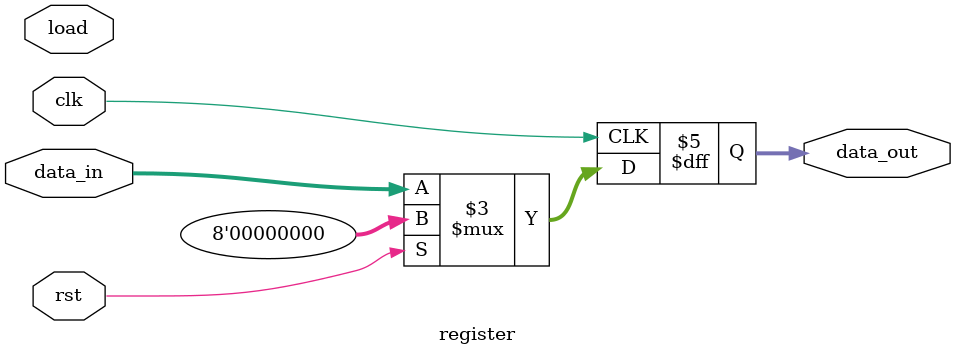
<source format=v>
module register
#(parameter integer WIDTH = 8)
(input [WIDTH-1:0] data_in, 
 input load, clk, rst,
 output reg[WIDTH-1:0] data_out
);

always @(posedge clk)
	begin
	#10 data_out <= data_in;
		if(rst == 1)
			data_out <= 8'b00000000;
	end
endmodule 

</source>
